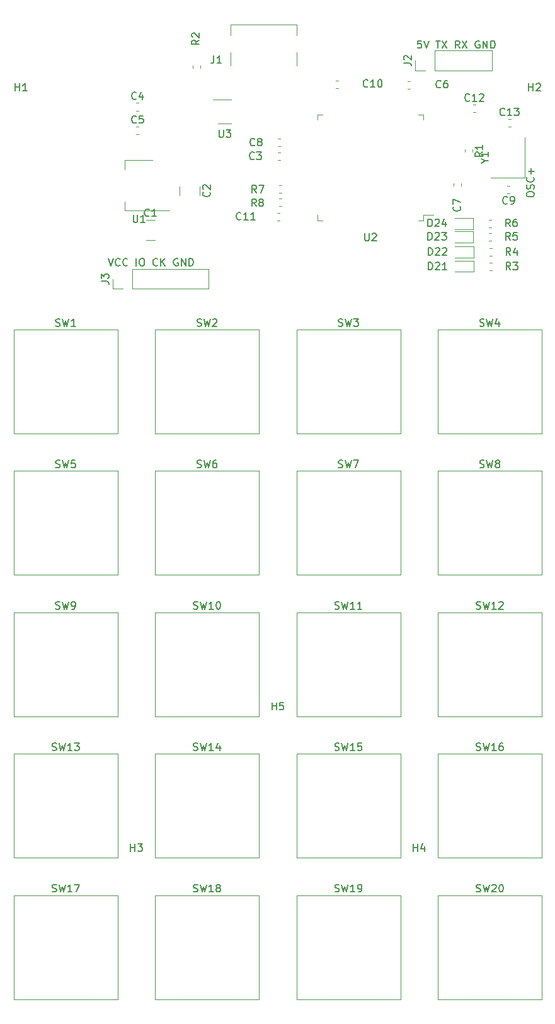
<source format=gbr>
%TF.GenerationSoftware,KiCad,Pcbnew,(5.1.6)-1*%
%TF.CreationDate,2021-03-02T19:52:56+09:00*%
%TF.ProjectId,Keypad4x4,4b657970-6164-4347-9834-2e6b69636164,rev?*%
%TF.SameCoordinates,Original*%
%TF.FileFunction,Legend,Top*%
%TF.FilePolarity,Positive*%
%FSLAX46Y46*%
G04 Gerber Fmt 4.6, Leading zero omitted, Abs format (unit mm)*
G04 Created by KiCad (PCBNEW (5.1.6)-1) date 2021-03-02 19:52:56*
%MOMM*%
%LPD*%
G01*
G04 APERTURE LIST*
%ADD10C,0.150000*%
%ADD11C,0.120000*%
G04 APERTURE END LIST*
D10*
X66809523Y26797619D02*
X66333333Y26797619D01*
X66285714Y26321428D01*
X66333333Y26369047D01*
X66428571Y26416666D01*
X66666666Y26416666D01*
X66761904Y26369047D01*
X66809523Y26321428D01*
X66857142Y26226190D01*
X66857142Y25988095D01*
X66809523Y25892857D01*
X66761904Y25845238D01*
X66666666Y25797619D01*
X66428571Y25797619D01*
X66333333Y25845238D01*
X66285714Y25892857D01*
X67142857Y26797619D02*
X67476190Y25797619D01*
X67809523Y26797619D01*
X68761904Y26797619D02*
X69333333Y26797619D01*
X69047619Y25797619D02*
X69047619Y26797619D01*
X69571428Y26797619D02*
X70238095Y25797619D01*
X70238095Y26797619D02*
X69571428Y25797619D01*
X71952380Y25797619D02*
X71619047Y26273809D01*
X71380952Y25797619D02*
X71380952Y26797619D01*
X71761904Y26797619D01*
X71857142Y26750000D01*
X71904761Y26702380D01*
X71952380Y26607142D01*
X71952380Y26464285D01*
X71904761Y26369047D01*
X71857142Y26321428D01*
X71761904Y26273809D01*
X71380952Y26273809D01*
X72285714Y26797619D02*
X72952380Y25797619D01*
X72952380Y26797619D02*
X72285714Y25797619D01*
X74619047Y26750000D02*
X74523809Y26797619D01*
X74380952Y26797619D01*
X74238095Y26750000D01*
X74142857Y26654761D01*
X74095238Y26559523D01*
X74047619Y26369047D01*
X74047619Y26226190D01*
X74095238Y26035714D01*
X74142857Y25940476D01*
X74238095Y25845238D01*
X74380952Y25797619D01*
X74476190Y25797619D01*
X74619047Y25845238D01*
X74666666Y25892857D01*
X74666666Y26226190D01*
X74476190Y26226190D01*
X75095238Y25797619D02*
X75095238Y26797619D01*
X75666666Y25797619D01*
X75666666Y26797619D01*
X76142857Y25797619D02*
X76142857Y26797619D01*
X76380952Y26797619D01*
X76523809Y26750000D01*
X76619047Y26654761D01*
X76666666Y26559523D01*
X76714285Y26369047D01*
X76714285Y26226190D01*
X76666666Y26035714D01*
X76619047Y25940476D01*
X76523809Y25845238D01*
X76380952Y25797619D01*
X76142857Y25797619D01*
X24738095Y-2452380D02*
X25071428Y-3452380D01*
X25404761Y-2452380D01*
X26309523Y-3357142D02*
X26261904Y-3404761D01*
X26119047Y-3452380D01*
X26023809Y-3452380D01*
X25880952Y-3404761D01*
X25785714Y-3309523D01*
X25738095Y-3214285D01*
X25690476Y-3023809D01*
X25690476Y-2880952D01*
X25738095Y-2690476D01*
X25785714Y-2595238D01*
X25880952Y-2500000D01*
X26023809Y-2452380D01*
X26119047Y-2452380D01*
X26261904Y-2500000D01*
X26309523Y-2547619D01*
X27309523Y-3357142D02*
X27261904Y-3404761D01*
X27119047Y-3452380D01*
X27023809Y-3452380D01*
X26880952Y-3404761D01*
X26785714Y-3309523D01*
X26738095Y-3214285D01*
X26690476Y-3023809D01*
X26690476Y-2880952D01*
X26738095Y-2690476D01*
X26785714Y-2595238D01*
X26880952Y-2500000D01*
X27023809Y-2452380D01*
X27119047Y-2452380D01*
X27261904Y-2500000D01*
X27309523Y-2547619D01*
X28500000Y-3452380D02*
X28500000Y-2452380D01*
X29166666Y-2452380D02*
X29357142Y-2452380D01*
X29452380Y-2500000D01*
X29547619Y-2595238D01*
X29595238Y-2785714D01*
X29595238Y-3119047D01*
X29547619Y-3309523D01*
X29452380Y-3404761D01*
X29357142Y-3452380D01*
X29166666Y-3452380D01*
X29071428Y-3404761D01*
X28976190Y-3309523D01*
X28928571Y-3119047D01*
X28928571Y-2785714D01*
X28976190Y-2595238D01*
X29071428Y-2500000D01*
X29166666Y-2452380D01*
X31357142Y-3357142D02*
X31309523Y-3404761D01*
X31166666Y-3452380D01*
X31071428Y-3452380D01*
X30928571Y-3404761D01*
X30833333Y-3309523D01*
X30785714Y-3214285D01*
X30738095Y-3023809D01*
X30738095Y-2880952D01*
X30785714Y-2690476D01*
X30833333Y-2595238D01*
X30928571Y-2500000D01*
X31071428Y-2452380D01*
X31166666Y-2452380D01*
X31309523Y-2500000D01*
X31357142Y-2547619D01*
X31785714Y-3452380D02*
X31785714Y-2452380D01*
X32357142Y-3452380D02*
X31928571Y-2880952D01*
X32357142Y-2452380D02*
X31785714Y-3023809D01*
X34071428Y-2500000D02*
X33976190Y-2452380D01*
X33833333Y-2452380D01*
X33690476Y-2500000D01*
X33595238Y-2595238D01*
X33547619Y-2690476D01*
X33500000Y-2880952D01*
X33500000Y-3023809D01*
X33547619Y-3214285D01*
X33595238Y-3309523D01*
X33690476Y-3404761D01*
X33833333Y-3452380D01*
X33928571Y-3452380D01*
X34071428Y-3404761D01*
X34119047Y-3357142D01*
X34119047Y-3023809D01*
X33928571Y-3023809D01*
X34547619Y-3452380D02*
X34547619Y-2452380D01*
X35119047Y-3452380D01*
X35119047Y-2452380D01*
X35595238Y-3452380D02*
X35595238Y-2452380D01*
X35833333Y-2452380D01*
X35976190Y-2500000D01*
X36071428Y-2595238D01*
X36119047Y-2690476D01*
X36166666Y-2880952D01*
X36166666Y-3023809D01*
X36119047Y-3214285D01*
X36071428Y-3309523D01*
X35976190Y-3404761D01*
X35833333Y-3452380D01*
X35595238Y-3452380D01*
X80952380Y6059523D02*
X80952380Y6250000D01*
X81000000Y6345238D01*
X81095238Y6440476D01*
X81285714Y6488095D01*
X81619047Y6488095D01*
X81809523Y6440476D01*
X81904761Y6345238D01*
X81952380Y6250000D01*
X81952380Y6059523D01*
X81904761Y5964285D01*
X81809523Y5869047D01*
X81619047Y5821428D01*
X81285714Y5821428D01*
X81095238Y5869047D01*
X81000000Y5964285D01*
X80952380Y6059523D01*
X81904761Y6869047D02*
X81952380Y7011904D01*
X81952380Y7250000D01*
X81904761Y7345238D01*
X81857142Y7392857D01*
X81761904Y7440476D01*
X81666666Y7440476D01*
X81571428Y7392857D01*
X81523809Y7345238D01*
X81476190Y7250000D01*
X81428571Y7059523D01*
X81380952Y6964285D01*
X81333333Y6916666D01*
X81238095Y6869047D01*
X81142857Y6869047D01*
X81047619Y6916666D01*
X81000000Y6964285D01*
X80952380Y7059523D01*
X80952380Y7297619D01*
X81000000Y7440476D01*
X81857142Y8440476D02*
X81904761Y8392857D01*
X81952380Y8250000D01*
X81952380Y8154761D01*
X81904761Y8011904D01*
X81809523Y7916666D01*
X81714285Y7869047D01*
X81523809Y7821428D01*
X81380952Y7821428D01*
X81190476Y7869047D01*
X81095238Y7916666D01*
X81000000Y8011904D01*
X80952380Y8154761D01*
X80952380Y8250000D01*
X81000000Y8392857D01*
X81047619Y8440476D01*
X81571428Y8869047D02*
X81571428Y9630952D01*
X81952380Y9250000D02*
X81190476Y9250000D01*
D11*
%TO.C,U2*%
X67066000Y3363000D02*
X68431000Y3363000D01*
X67066000Y2663000D02*
X67066000Y3363000D01*
X66366000Y2663000D02*
X67066000Y2663000D01*
X52846000Y2663000D02*
X52846000Y3363000D01*
X53546000Y2663000D02*
X52846000Y2663000D01*
X67066000Y16883000D02*
X67066000Y16183000D01*
X66366000Y16883000D02*
X67066000Y16883000D01*
X52846000Y16883000D02*
X52846000Y16183000D01*
X53546000Y16883000D02*
X52846000Y16883000D01*
%TO.C,C1*%
X29782436Y2711000D02*
X30986564Y2711000D01*
X29782436Y-9000D02*
X30986564Y-9000D01*
%TO.C,C2*%
X37057000Y7240564D02*
X37057000Y6036436D01*
X34337000Y7240564D02*
X34337000Y6036436D01*
%TO.C,C3*%
X47880267Y11789000D02*
X47537733Y11789000D01*
X47880267Y10769000D02*
X47537733Y10769000D01*
%TO.C,C4*%
X28485733Y17401000D02*
X28828267Y17401000D01*
X28485733Y18421000D02*
X28828267Y18421000D01*
%TO.C,C5*%
X28485733Y15246000D02*
X28828267Y15246000D01*
X28485733Y14226000D02*
X28828267Y14226000D01*
%TO.C,C6*%
X64979733Y20318000D02*
X65322267Y20318000D01*
X64979733Y21338000D02*
X65322267Y21338000D01*
%TO.C,C7*%
X72138000Y7664267D02*
X72138000Y7321733D01*
X71118000Y7664267D02*
X71118000Y7321733D01*
%TO.C,C8*%
X47880267Y13639000D02*
X47537733Y13639000D01*
X47880267Y12619000D02*
X47537733Y12619000D01*
%TO.C,C9*%
X78701267Y7248000D02*
X78358733Y7248000D01*
X78701267Y6228000D02*
X78358733Y6228000D01*
%TO.C,C10*%
X55313733Y21465000D02*
X55656267Y21465000D01*
X55313733Y20445000D02*
X55656267Y20445000D01*
%TO.C,C11*%
X47796267Y3685000D02*
X47453733Y3685000D01*
X47796267Y2665000D02*
X47453733Y2665000D01*
%TO.C,C12*%
X73764733Y18198000D02*
X74107267Y18198000D01*
X73764733Y17178000D02*
X74107267Y17178000D01*
%TO.C,C13*%
X78485733Y16265000D02*
X78828267Y16265000D01*
X78485733Y15245000D02*
X78828267Y15245000D01*
%TO.C,D21*%
X71345000Y-4260000D02*
X73805000Y-4260000D01*
X73805000Y-4260000D02*
X73805000Y-2790000D01*
X73805000Y-2790000D02*
X71345000Y-2790000D01*
%TO.C,D22*%
X73805000Y-865000D02*
X71345000Y-865000D01*
X73805000Y-2335000D02*
X73805000Y-865000D01*
X71345000Y-2335000D02*
X73805000Y-2335000D01*
%TO.C,D23*%
X71295000Y-300000D02*
X73755000Y-300000D01*
X73755000Y-300000D02*
X73755000Y1170000D01*
X73755000Y1170000D02*
X71295000Y1170000D01*
%TO.C,D24*%
X73755000Y2945000D02*
X71295000Y2945000D01*
X73755000Y1475000D02*
X73755000Y2945000D01*
X71295000Y1475000D02*
X73755000Y1475000D01*
%TO.C,J1*%
X50070000Y23430000D02*
X50070000Y25230000D01*
X50070000Y28940000D02*
X50070000Y27480000D01*
X41130000Y28940000D02*
X41130000Y27480000D01*
X41130000Y23430000D02*
X41130000Y25230000D01*
X41130000Y28940000D02*
X50070000Y28940000D01*
%TO.C,J2*%
X65980000Y22800000D02*
X65980000Y24130000D01*
X67310000Y22800000D02*
X65980000Y22800000D01*
X68580000Y22800000D02*
X68580000Y25460000D01*
X68580000Y25460000D02*
X76260000Y25460000D01*
X68580000Y22800000D02*
X76260000Y22800000D01*
X76260000Y22800000D02*
X76260000Y25460000D01*
%TO.C,J3*%
X25340000Y-6537000D02*
X25340000Y-5207000D01*
X26670000Y-6537000D02*
X25340000Y-6537000D01*
X27940000Y-6537000D02*
X27940000Y-3877000D01*
X27940000Y-3877000D02*
X38160000Y-3877000D01*
X27940000Y-6537000D02*
X38160000Y-6537000D01*
X38160000Y-6537000D02*
X38160000Y-3877000D01*
%TO.C,R1*%
X72651000Y12159267D02*
X72651000Y11816733D01*
X73671000Y12159267D02*
X73671000Y11816733D01*
%TO.C,R2*%
X37110000Y23153733D02*
X37110000Y23496267D01*
X36090000Y23153733D02*
X36090000Y23496267D01*
%TO.C,R3*%
X76281267Y-4035000D02*
X75938733Y-4035000D01*
X76281267Y-3015000D02*
X75938733Y-3015000D01*
%TO.C,R4*%
X76281267Y-2110000D02*
X75938733Y-2110000D01*
X76281267Y-1090000D02*
X75938733Y-1090000D01*
%TO.C,R5*%
X76231267Y945000D02*
X75888733Y945000D01*
X76231267Y-75000D02*
X75888733Y-75000D01*
%TO.C,R6*%
X76231267Y1700000D02*
X75888733Y1700000D01*
X76231267Y2720000D02*
X75888733Y2720000D01*
%TO.C,R7*%
X48007267Y6328000D02*
X47664733Y6328000D01*
X48007267Y7348000D02*
X47664733Y7348000D01*
%TO.C,R8*%
X48007267Y5598000D02*
X47664733Y5598000D01*
X48007267Y4578000D02*
X47664733Y4578000D01*
%TO.C,SW1*%
X12015000Y-25985000D02*
X12015000Y-12015000D01*
X25985000Y-25985000D02*
X12015000Y-25985000D01*
X25985000Y-12015000D02*
X25985000Y-25985000D01*
X12015000Y-12015000D02*
X25985000Y-12015000D01*
%TO.C,SW2*%
X31015000Y-25985000D02*
X31015000Y-12015000D01*
X44985000Y-25985000D02*
X31015000Y-25985000D01*
X44985000Y-12015000D02*
X44985000Y-25985000D01*
X31015000Y-12015000D02*
X44985000Y-12015000D01*
%TO.C,SW3*%
X50015000Y-25985000D02*
X50015000Y-12015000D01*
X63985000Y-25985000D02*
X50015000Y-25985000D01*
X63985000Y-12015000D02*
X63985000Y-25985000D01*
X50015000Y-12015000D02*
X63985000Y-12015000D01*
%TO.C,SW4*%
X69015000Y-25985000D02*
X69015000Y-12015000D01*
X82985000Y-25985000D02*
X69015000Y-25985000D01*
X82985000Y-12015000D02*
X82985000Y-25985000D01*
X69015000Y-12015000D02*
X82985000Y-12015000D01*
%TO.C,SW5*%
X12015000Y-31015000D02*
X25985000Y-31015000D01*
X25985000Y-31015000D02*
X25985000Y-44985000D01*
X25985000Y-44985000D02*
X12015000Y-44985000D01*
X12015000Y-44985000D02*
X12015000Y-31015000D01*
%TO.C,SW6*%
X31015000Y-44985000D02*
X31015000Y-31015000D01*
X44985000Y-44985000D02*
X31015000Y-44985000D01*
X44985000Y-31015000D02*
X44985000Y-44985000D01*
X31015000Y-31015000D02*
X44985000Y-31015000D01*
%TO.C,SW7*%
X50015000Y-31015000D02*
X63985000Y-31015000D01*
X63985000Y-31015000D02*
X63985000Y-44985000D01*
X63985000Y-44985000D02*
X50015000Y-44985000D01*
X50015000Y-44985000D02*
X50015000Y-31015000D01*
%TO.C,SW8*%
X69015000Y-44985000D02*
X69015000Y-31015000D01*
X82985000Y-44985000D02*
X69015000Y-44985000D01*
X82985000Y-31015000D02*
X82985000Y-44985000D01*
X69015000Y-31015000D02*
X82985000Y-31015000D01*
%TO.C,SW9*%
X12015000Y-50015000D02*
X25985000Y-50015000D01*
X25985000Y-50015000D02*
X25985000Y-63985000D01*
X25985000Y-63985000D02*
X12015000Y-63985000D01*
X12015000Y-63985000D02*
X12015000Y-50015000D01*
%TO.C,SW10*%
X31015000Y-50015000D02*
X44985000Y-50015000D01*
X44985000Y-50015000D02*
X44985000Y-63985000D01*
X44985000Y-63985000D02*
X31015000Y-63985000D01*
X31015000Y-63985000D02*
X31015000Y-50015000D01*
%TO.C,SW11*%
X50015000Y-50015000D02*
X63985000Y-50015000D01*
X63985000Y-50015000D02*
X63985000Y-63985000D01*
X63985000Y-63985000D02*
X50015000Y-63985000D01*
X50015000Y-63985000D02*
X50015000Y-50015000D01*
%TO.C,SW12*%
X69015000Y-50015000D02*
X82985000Y-50015000D01*
X82985000Y-50015000D02*
X82985000Y-63985000D01*
X82985000Y-63985000D02*
X69015000Y-63985000D01*
X69015000Y-63985000D02*
X69015000Y-50015000D01*
%TO.C,SW13*%
X12015000Y-69015000D02*
X25985000Y-69015000D01*
X25985000Y-69015000D02*
X25985000Y-82985000D01*
X25985000Y-82985000D02*
X12015000Y-82985000D01*
X12015000Y-82985000D02*
X12015000Y-69015000D01*
%TO.C,SW14*%
X31015000Y-82985000D02*
X31015000Y-69015000D01*
X44985000Y-82985000D02*
X31015000Y-82985000D01*
X44985000Y-69015000D02*
X44985000Y-82985000D01*
X31015000Y-69015000D02*
X44985000Y-69015000D01*
%TO.C,SW15*%
X50015000Y-82985000D02*
X50015000Y-69015000D01*
X63985000Y-82985000D02*
X50015000Y-82985000D01*
X63985000Y-69015000D02*
X63985000Y-82985000D01*
X50015000Y-69015000D02*
X63985000Y-69015000D01*
%TO.C,SW16*%
X69015000Y-82985000D02*
X69015000Y-69015000D01*
X82985000Y-82985000D02*
X69015000Y-82985000D01*
X82985000Y-69015000D02*
X82985000Y-82985000D01*
X69015000Y-69015000D02*
X82985000Y-69015000D01*
%TO.C,SW17*%
X12015000Y-101985000D02*
X12015000Y-88015000D01*
X25985000Y-101985000D02*
X12015000Y-101985000D01*
X25985000Y-88015000D02*
X25985000Y-101985000D01*
X12015000Y-88015000D02*
X25985000Y-88015000D01*
%TO.C,SW18*%
X31015000Y-88015000D02*
X44985000Y-88015000D01*
X44985000Y-88015000D02*
X44985000Y-101985000D01*
X44985000Y-101985000D02*
X31015000Y-101985000D01*
X31015000Y-101985000D02*
X31015000Y-88015000D01*
%TO.C,SW19*%
X50015000Y-88015000D02*
X63985000Y-88015000D01*
X63985000Y-88015000D02*
X63985000Y-101985000D01*
X63985000Y-101985000D02*
X50015000Y-101985000D01*
X50015000Y-101985000D02*
X50015000Y-88015000D01*
%TO.C,SW20*%
X69015000Y-88015000D02*
X82985000Y-88015000D01*
X82985000Y-88015000D02*
X82985000Y-101985000D01*
X82985000Y-101985000D02*
X69015000Y-101985000D01*
X69015000Y-101985000D02*
X69015000Y-88015000D01*
%TO.C,U1*%
X32947000Y3941000D02*
X26937000Y3941000D01*
X30697000Y10761000D02*
X26937000Y10761000D01*
X26937000Y3941000D02*
X26937000Y5201000D01*
X26937000Y10761000D02*
X26937000Y9501000D01*
%TO.C,U3*%
X41286000Y18882000D02*
X38836000Y18882000D01*
X39486000Y15662000D02*
X41286000Y15662000D01*
%TO.C,Y1*%
X80674000Y8409000D02*
X80674000Y13809000D01*
X76174000Y8409000D02*
X80674000Y8409000D01*
%TO.C,U2*%
D10*
X59194095Y900619D02*
X59194095Y91095D01*
X59241714Y-4142D01*
X59289333Y-51761D01*
X59384571Y-99380D01*
X59575047Y-99380D01*
X59670285Y-51761D01*
X59717904Y-4142D01*
X59765523Y91095D01*
X59765523Y900619D01*
X60194095Y805380D02*
X60241714Y853000D01*
X60336952Y900619D01*
X60575047Y900619D01*
X60670285Y853000D01*
X60717904Y805380D01*
X60765523Y710142D01*
X60765523Y614904D01*
X60717904Y472047D01*
X60146476Y-99380D01*
X60765523Y-99380D01*
%TO.C,C1*%
X30217833Y3273857D02*
X30170214Y3226238D01*
X30027357Y3178619D01*
X29932119Y3178619D01*
X29789261Y3226238D01*
X29694023Y3321476D01*
X29646404Y3416714D01*
X29598785Y3607190D01*
X29598785Y3750047D01*
X29646404Y3940523D01*
X29694023Y4035761D01*
X29789261Y4131000D01*
X29932119Y4178619D01*
X30027357Y4178619D01*
X30170214Y4131000D01*
X30217833Y4083380D01*
X31170214Y3178619D02*
X30598785Y3178619D01*
X30884500Y3178619D02*
X30884500Y4178619D01*
X30789261Y4035761D01*
X30694023Y3940523D01*
X30598785Y3892904D01*
%TO.C,C2*%
X38334142Y6471833D02*
X38381761Y6424214D01*
X38429380Y6281357D01*
X38429380Y6186119D01*
X38381761Y6043261D01*
X38286523Y5948023D01*
X38191285Y5900404D01*
X38000809Y5852785D01*
X37857952Y5852785D01*
X37667476Y5900404D01*
X37572238Y5948023D01*
X37477000Y6043261D01*
X37429380Y6186119D01*
X37429380Y6281357D01*
X37477000Y6424214D01*
X37524619Y6471833D01*
X37524619Y6852785D02*
X37477000Y6900404D01*
X37429380Y6995642D01*
X37429380Y7233738D01*
X37477000Y7328976D01*
X37524619Y7376595D01*
X37619857Y7424214D01*
X37715095Y7424214D01*
X37857952Y7376595D01*
X38429380Y6805166D01*
X38429380Y7424214D01*
%TO.C,C3*%
X44342333Y10921857D02*
X44294714Y10874238D01*
X44151857Y10826619D01*
X44056619Y10826619D01*
X43913761Y10874238D01*
X43818523Y10969476D01*
X43770904Y11064714D01*
X43723285Y11255190D01*
X43723285Y11398047D01*
X43770904Y11588523D01*
X43818523Y11683761D01*
X43913761Y11779000D01*
X44056619Y11826619D01*
X44151857Y11826619D01*
X44294714Y11779000D01*
X44342333Y11731380D01*
X44675666Y11826619D02*
X45294714Y11826619D01*
X44961380Y11445666D01*
X45104238Y11445666D01*
X45199476Y11398047D01*
X45247095Y11350428D01*
X45294714Y11255190D01*
X45294714Y11017095D01*
X45247095Y10921857D01*
X45199476Y10874238D01*
X45104238Y10826619D01*
X44818523Y10826619D01*
X44723285Y10874238D01*
X44675666Y10921857D01*
%TO.C,C4*%
X28490333Y18983857D02*
X28442714Y18936238D01*
X28299857Y18888619D01*
X28204619Y18888619D01*
X28061761Y18936238D01*
X27966523Y19031476D01*
X27918904Y19126714D01*
X27871285Y19317190D01*
X27871285Y19460047D01*
X27918904Y19650523D01*
X27966523Y19745761D01*
X28061761Y19841000D01*
X28204619Y19888619D01*
X28299857Y19888619D01*
X28442714Y19841000D01*
X28490333Y19793380D01*
X29347476Y19555285D02*
X29347476Y18888619D01*
X29109380Y19936238D02*
X28871285Y19221952D01*
X29490333Y19221952D01*
%TO.C,C5*%
X28490333Y15808857D02*
X28442714Y15761238D01*
X28299857Y15713619D01*
X28204619Y15713619D01*
X28061761Y15761238D01*
X27966523Y15856476D01*
X27918904Y15951714D01*
X27871285Y16142190D01*
X27871285Y16285047D01*
X27918904Y16475523D01*
X27966523Y16570761D01*
X28061761Y16666000D01*
X28204619Y16713619D01*
X28299857Y16713619D01*
X28442714Y16666000D01*
X28490333Y16618380D01*
X29395095Y16713619D02*
X28918904Y16713619D01*
X28871285Y16237428D01*
X28918904Y16285047D01*
X29014142Y16332666D01*
X29252238Y16332666D01*
X29347476Y16285047D01*
X29395095Y16237428D01*
X29442714Y16142190D01*
X29442714Y15904095D01*
X29395095Y15808857D01*
X29347476Y15761238D01*
X29252238Y15713619D01*
X29014142Y15713619D01*
X28918904Y15761238D01*
X28871285Y15808857D01*
%TO.C,C6*%
X69414333Y20545857D02*
X69366714Y20498238D01*
X69223857Y20450619D01*
X69128619Y20450619D01*
X68985761Y20498238D01*
X68890523Y20593476D01*
X68842904Y20688714D01*
X68795285Y20879190D01*
X68795285Y21022047D01*
X68842904Y21212523D01*
X68890523Y21307761D01*
X68985761Y21403000D01*
X69128619Y21450619D01*
X69223857Y21450619D01*
X69366714Y21403000D01*
X69414333Y21355380D01*
X70271476Y21450619D02*
X70081000Y21450619D01*
X69985761Y21403000D01*
X69938142Y21355380D01*
X69842904Y21212523D01*
X69795285Y21022047D01*
X69795285Y20641095D01*
X69842904Y20545857D01*
X69890523Y20498238D01*
X69985761Y20450619D01*
X70176238Y20450619D01*
X70271476Y20498238D01*
X70319095Y20545857D01*
X70366714Y20641095D01*
X70366714Y20879190D01*
X70319095Y20974428D01*
X70271476Y21022047D01*
X70176238Y21069666D01*
X69985761Y21069666D01*
X69890523Y21022047D01*
X69842904Y20974428D01*
X69795285Y20879190D01*
%TO.C,C7*%
X71985142Y4532333D02*
X72032761Y4484714D01*
X72080380Y4341857D01*
X72080380Y4246619D01*
X72032761Y4103761D01*
X71937523Y4008523D01*
X71842285Y3960904D01*
X71651809Y3913285D01*
X71508952Y3913285D01*
X71318476Y3960904D01*
X71223238Y4008523D01*
X71128000Y4103761D01*
X71080380Y4246619D01*
X71080380Y4341857D01*
X71128000Y4484714D01*
X71175619Y4532333D01*
X71080380Y4865666D02*
X71080380Y5532333D01*
X72080380Y5103761D01*
%TO.C,C8*%
X44417333Y12771857D02*
X44369714Y12724238D01*
X44226857Y12676619D01*
X44131619Y12676619D01*
X43988761Y12724238D01*
X43893523Y12819476D01*
X43845904Y12914714D01*
X43798285Y13105190D01*
X43798285Y13248047D01*
X43845904Y13438523D01*
X43893523Y13533761D01*
X43988761Y13629000D01*
X44131619Y13676619D01*
X44226857Y13676619D01*
X44369714Y13629000D01*
X44417333Y13581380D01*
X44988761Y13248047D02*
X44893523Y13295666D01*
X44845904Y13343285D01*
X44798285Y13438523D01*
X44798285Y13486142D01*
X44845904Y13581380D01*
X44893523Y13629000D01*
X44988761Y13676619D01*
X45179238Y13676619D01*
X45274476Y13629000D01*
X45322095Y13581380D01*
X45369714Y13486142D01*
X45369714Y13438523D01*
X45322095Y13343285D01*
X45274476Y13295666D01*
X45179238Y13248047D01*
X44988761Y13248047D01*
X44893523Y13200428D01*
X44845904Y13152809D01*
X44798285Y13057571D01*
X44798285Y12867095D01*
X44845904Y12771857D01*
X44893523Y12724238D01*
X44988761Y12676619D01*
X45179238Y12676619D01*
X45274476Y12724238D01*
X45322095Y12771857D01*
X45369714Y12867095D01*
X45369714Y13057571D01*
X45322095Y13152809D01*
X45274476Y13200428D01*
X45179238Y13248047D01*
%TO.C,C9*%
X78363333Y4950857D02*
X78315714Y4903238D01*
X78172857Y4855619D01*
X78077619Y4855619D01*
X77934761Y4903238D01*
X77839523Y4998476D01*
X77791904Y5093714D01*
X77744285Y5284190D01*
X77744285Y5427047D01*
X77791904Y5617523D01*
X77839523Y5712761D01*
X77934761Y5808000D01*
X78077619Y5855619D01*
X78172857Y5855619D01*
X78315714Y5808000D01*
X78363333Y5760380D01*
X78839523Y4855619D02*
X79030000Y4855619D01*
X79125238Y4903238D01*
X79172857Y4950857D01*
X79268095Y5093714D01*
X79315714Y5284190D01*
X79315714Y5665142D01*
X79268095Y5760380D01*
X79220476Y5808000D01*
X79125238Y5855619D01*
X78934761Y5855619D01*
X78839523Y5808000D01*
X78791904Y5760380D01*
X78744285Y5665142D01*
X78744285Y5427047D01*
X78791904Y5331809D01*
X78839523Y5284190D01*
X78934761Y5236571D01*
X79125238Y5236571D01*
X79220476Y5284190D01*
X79268095Y5331809D01*
X79315714Y5427047D01*
%TO.C,C10*%
X59622142Y20647857D02*
X59574523Y20600238D01*
X59431666Y20552619D01*
X59336428Y20552619D01*
X59193571Y20600238D01*
X59098333Y20695476D01*
X59050714Y20790714D01*
X59003095Y20981190D01*
X59003095Y21124047D01*
X59050714Y21314523D01*
X59098333Y21409761D01*
X59193571Y21505000D01*
X59336428Y21552619D01*
X59431666Y21552619D01*
X59574523Y21505000D01*
X59622142Y21457380D01*
X60574523Y20552619D02*
X60003095Y20552619D01*
X60288809Y20552619D02*
X60288809Y21552619D01*
X60193571Y21409761D01*
X60098333Y21314523D01*
X60003095Y21266904D01*
X61193571Y21552619D02*
X61288809Y21552619D01*
X61384047Y21505000D01*
X61431666Y21457380D01*
X61479285Y21362142D01*
X61526904Y21171666D01*
X61526904Y20933571D01*
X61479285Y20743095D01*
X61431666Y20647857D01*
X61384047Y20600238D01*
X61288809Y20552619D01*
X61193571Y20552619D01*
X61098333Y20600238D01*
X61050714Y20647857D01*
X61003095Y20743095D01*
X60955476Y20933571D01*
X60955476Y21171666D01*
X61003095Y21362142D01*
X61050714Y21457380D01*
X61098333Y21505000D01*
X61193571Y21552619D01*
%TO.C,C11*%
X42552142Y2827857D02*
X42504523Y2780238D01*
X42361666Y2732619D01*
X42266428Y2732619D01*
X42123571Y2780238D01*
X42028333Y2875476D01*
X41980714Y2970714D01*
X41933095Y3161190D01*
X41933095Y3304047D01*
X41980714Y3494523D01*
X42028333Y3589761D01*
X42123571Y3685000D01*
X42266428Y3732619D01*
X42361666Y3732619D01*
X42504523Y3685000D01*
X42552142Y3637380D01*
X43504523Y2732619D02*
X42933095Y2732619D01*
X43218809Y2732619D02*
X43218809Y3732619D01*
X43123571Y3589761D01*
X43028333Y3494523D01*
X42933095Y3446904D01*
X44456904Y2732619D02*
X43885476Y2732619D01*
X44171190Y2732619D02*
X44171190Y3732619D01*
X44075952Y3589761D01*
X43980714Y3494523D01*
X43885476Y3446904D01*
%TO.C,C12*%
X73293142Y18760857D02*
X73245523Y18713238D01*
X73102666Y18665619D01*
X73007428Y18665619D01*
X72864571Y18713238D01*
X72769333Y18808476D01*
X72721714Y18903714D01*
X72674095Y19094190D01*
X72674095Y19237047D01*
X72721714Y19427523D01*
X72769333Y19522761D01*
X72864571Y19618000D01*
X73007428Y19665619D01*
X73102666Y19665619D01*
X73245523Y19618000D01*
X73293142Y19570380D01*
X74245523Y18665619D02*
X73674095Y18665619D01*
X73959809Y18665619D02*
X73959809Y19665619D01*
X73864571Y19522761D01*
X73769333Y19427523D01*
X73674095Y19379904D01*
X74626476Y19570380D02*
X74674095Y19618000D01*
X74769333Y19665619D01*
X75007428Y19665619D01*
X75102666Y19618000D01*
X75150285Y19570380D01*
X75197904Y19475142D01*
X75197904Y19379904D01*
X75150285Y19237047D01*
X74578857Y18665619D01*
X75197904Y18665619D01*
%TO.C,C13*%
X78014142Y16827857D02*
X77966523Y16780238D01*
X77823666Y16732619D01*
X77728428Y16732619D01*
X77585571Y16780238D01*
X77490333Y16875476D01*
X77442714Y16970714D01*
X77395095Y17161190D01*
X77395095Y17304047D01*
X77442714Y17494523D01*
X77490333Y17589761D01*
X77585571Y17685000D01*
X77728428Y17732619D01*
X77823666Y17732619D01*
X77966523Y17685000D01*
X78014142Y17637380D01*
X78966523Y16732619D02*
X78395095Y16732619D01*
X78680809Y16732619D02*
X78680809Y17732619D01*
X78585571Y17589761D01*
X78490333Y17494523D01*
X78395095Y17446904D01*
X79299857Y17732619D02*
X79918904Y17732619D01*
X79585571Y17351666D01*
X79728428Y17351666D01*
X79823666Y17304047D01*
X79871285Y17256428D01*
X79918904Y17161190D01*
X79918904Y16923095D01*
X79871285Y16827857D01*
X79823666Y16780238D01*
X79728428Y16732619D01*
X79442714Y16732619D01*
X79347476Y16780238D01*
X79299857Y16827857D01*
%TO.C,D21*%
X67745714Y-3982380D02*
X67745714Y-2982380D01*
X67983809Y-2982380D01*
X68126666Y-3030000D01*
X68221904Y-3125238D01*
X68269523Y-3220476D01*
X68317142Y-3410952D01*
X68317142Y-3553809D01*
X68269523Y-3744285D01*
X68221904Y-3839523D01*
X68126666Y-3934761D01*
X67983809Y-3982380D01*
X67745714Y-3982380D01*
X68698095Y-3077619D02*
X68745714Y-3030000D01*
X68840952Y-2982380D01*
X69079047Y-2982380D01*
X69174285Y-3030000D01*
X69221904Y-3077619D01*
X69269523Y-3172857D01*
X69269523Y-3268095D01*
X69221904Y-3410952D01*
X68650476Y-3982380D01*
X69269523Y-3982380D01*
X70221904Y-3982380D02*
X69650476Y-3982380D01*
X69936190Y-3982380D02*
X69936190Y-2982380D01*
X69840952Y-3125238D01*
X69745714Y-3220476D01*
X69650476Y-3268095D01*
%TO.C,D22*%
X67745714Y-2032380D02*
X67745714Y-1032380D01*
X67983809Y-1032380D01*
X68126666Y-1080000D01*
X68221904Y-1175238D01*
X68269523Y-1270476D01*
X68317142Y-1460952D01*
X68317142Y-1603809D01*
X68269523Y-1794285D01*
X68221904Y-1889523D01*
X68126666Y-1984761D01*
X67983809Y-2032380D01*
X67745714Y-2032380D01*
X68698095Y-1127619D02*
X68745714Y-1080000D01*
X68840952Y-1032380D01*
X69079047Y-1032380D01*
X69174285Y-1080000D01*
X69221904Y-1127619D01*
X69269523Y-1222857D01*
X69269523Y-1318095D01*
X69221904Y-1460952D01*
X68650476Y-2032380D01*
X69269523Y-2032380D01*
X69650476Y-1127619D02*
X69698095Y-1080000D01*
X69793333Y-1032380D01*
X70031428Y-1032380D01*
X70126666Y-1080000D01*
X70174285Y-1127619D01*
X70221904Y-1222857D01*
X70221904Y-1318095D01*
X70174285Y-1460952D01*
X69602857Y-2032380D01*
X70221904Y-2032380D01*
%TO.C,D23*%
X67695714Y27619D02*
X67695714Y1027619D01*
X67933809Y1027619D01*
X68076666Y980000D01*
X68171904Y884761D01*
X68219523Y789523D01*
X68267142Y599047D01*
X68267142Y456190D01*
X68219523Y265714D01*
X68171904Y170476D01*
X68076666Y75238D01*
X67933809Y27619D01*
X67695714Y27619D01*
X68648095Y932380D02*
X68695714Y980000D01*
X68790952Y1027619D01*
X69029047Y1027619D01*
X69124285Y980000D01*
X69171904Y932380D01*
X69219523Y837142D01*
X69219523Y741904D01*
X69171904Y599047D01*
X68600476Y27619D01*
X69219523Y27619D01*
X69552857Y1027619D02*
X70171904Y1027619D01*
X69838571Y646666D01*
X69981428Y646666D01*
X70076666Y599047D01*
X70124285Y551428D01*
X70171904Y456190D01*
X70171904Y218095D01*
X70124285Y122857D01*
X70076666Y75238D01*
X69981428Y27619D01*
X69695714Y27619D01*
X69600476Y75238D01*
X69552857Y122857D01*
%TO.C,D24*%
X67695714Y1827619D02*
X67695714Y2827619D01*
X67933809Y2827619D01*
X68076666Y2780000D01*
X68171904Y2684761D01*
X68219523Y2589523D01*
X68267142Y2399047D01*
X68267142Y2256190D01*
X68219523Y2065714D01*
X68171904Y1970476D01*
X68076666Y1875238D01*
X67933809Y1827619D01*
X67695714Y1827619D01*
X68648095Y2732380D02*
X68695714Y2780000D01*
X68790952Y2827619D01*
X69029047Y2827619D01*
X69124285Y2780000D01*
X69171904Y2732380D01*
X69219523Y2637142D01*
X69219523Y2541904D01*
X69171904Y2399047D01*
X68600476Y1827619D01*
X69219523Y1827619D01*
X70076666Y2494285D02*
X70076666Y1827619D01*
X69838571Y2875238D02*
X69600476Y2160952D01*
X70219523Y2160952D01*
%TO.C,H1*%
X12238095Y20047619D02*
X12238095Y21047619D01*
X12238095Y20571428D02*
X12809523Y20571428D01*
X12809523Y20047619D02*
X12809523Y21047619D01*
X13809523Y20047619D02*
X13238095Y20047619D01*
X13523809Y20047619D02*
X13523809Y21047619D01*
X13428571Y20904761D01*
X13333333Y20809523D01*
X13238095Y20761904D01*
%TO.C,H2*%
X81238095Y20047619D02*
X81238095Y21047619D01*
X81238095Y20571428D02*
X81809523Y20571428D01*
X81809523Y20047619D02*
X81809523Y21047619D01*
X82238095Y20952380D02*
X82285714Y21000000D01*
X82380952Y21047619D01*
X82619047Y21047619D01*
X82714285Y21000000D01*
X82761904Y20952380D01*
X82809523Y20857142D01*
X82809523Y20761904D01*
X82761904Y20619047D01*
X82190476Y20047619D01*
X82809523Y20047619D01*
%TO.C,H3*%
X27738095Y-82102380D02*
X27738095Y-81102380D01*
X27738095Y-81578571D02*
X28309523Y-81578571D01*
X28309523Y-82102380D02*
X28309523Y-81102380D01*
X28690476Y-81102380D02*
X29309523Y-81102380D01*
X28976190Y-81483333D01*
X29119047Y-81483333D01*
X29214285Y-81530952D01*
X29261904Y-81578571D01*
X29309523Y-81673809D01*
X29309523Y-81911904D01*
X29261904Y-82007142D01*
X29214285Y-82054761D01*
X29119047Y-82102380D01*
X28833333Y-82102380D01*
X28738095Y-82054761D01*
X28690476Y-82007142D01*
%TO.C,H4*%
X65738095Y-82102380D02*
X65738095Y-81102380D01*
X65738095Y-81578571D02*
X66309523Y-81578571D01*
X66309523Y-82102380D02*
X66309523Y-81102380D01*
X67214285Y-81435714D02*
X67214285Y-82102380D01*
X66976190Y-81054761D02*
X66738095Y-81769047D01*
X67357142Y-81769047D01*
%TO.C,H5*%
X46738095Y-63102380D02*
X46738095Y-62102380D01*
X46738095Y-62578571D02*
X47309523Y-62578571D01*
X47309523Y-63102380D02*
X47309523Y-62102380D01*
X48261904Y-62102380D02*
X47785714Y-62102380D01*
X47738095Y-62578571D01*
X47785714Y-62530952D01*
X47880952Y-62483333D01*
X48119047Y-62483333D01*
X48214285Y-62530952D01*
X48261904Y-62578571D01*
X48309523Y-62673809D01*
X48309523Y-62911904D01*
X48261904Y-63007142D01*
X48214285Y-63054761D01*
X48119047Y-63102380D01*
X47880952Y-63102380D01*
X47785714Y-63054761D01*
X47738095Y-63007142D01*
%TO.C,J1*%
X38916666Y24774619D02*
X38916666Y24060333D01*
X38869047Y23917476D01*
X38773809Y23822238D01*
X38630952Y23774619D01*
X38535714Y23774619D01*
X39916666Y23774619D02*
X39345238Y23774619D01*
X39630952Y23774619D02*
X39630952Y24774619D01*
X39535714Y24631761D01*
X39440476Y24536523D01*
X39345238Y24488904D01*
%TO.C,J2*%
X64432380Y23796666D02*
X65146666Y23796666D01*
X65289523Y23749047D01*
X65384761Y23653809D01*
X65432380Y23510952D01*
X65432380Y23415714D01*
X64527619Y24225238D02*
X64480000Y24272857D01*
X64432380Y24368095D01*
X64432380Y24606190D01*
X64480000Y24701428D01*
X64527619Y24749047D01*
X64622857Y24796666D01*
X64718095Y24796666D01*
X64860952Y24749047D01*
X65432380Y24177619D01*
X65432380Y24796666D01*
%TO.C,J3*%
X23792380Y-5540333D02*
X24506666Y-5540333D01*
X24649523Y-5587952D01*
X24744761Y-5683190D01*
X24792380Y-5826047D01*
X24792380Y-5921285D01*
X23792380Y-5159380D02*
X23792380Y-4540333D01*
X24173333Y-4873666D01*
X24173333Y-4730809D01*
X24220952Y-4635571D01*
X24268571Y-4587952D01*
X24363809Y-4540333D01*
X24601904Y-4540333D01*
X24697142Y-4587952D01*
X24744761Y-4635571D01*
X24792380Y-4730809D01*
X24792380Y-5016523D01*
X24744761Y-5111761D01*
X24697142Y-5159380D01*
%TO.C,R1*%
X75043380Y11821333D02*
X74567190Y11488000D01*
X75043380Y11249904D02*
X74043380Y11249904D01*
X74043380Y11630857D01*
X74091000Y11726095D01*
X74138619Y11773714D01*
X74233857Y11821333D01*
X74376714Y11821333D01*
X74471952Y11773714D01*
X74519571Y11726095D01*
X74567190Y11630857D01*
X74567190Y11249904D01*
X75043380Y12773714D02*
X75043380Y12202285D01*
X75043380Y12488000D02*
X74043380Y12488000D01*
X74186238Y12392761D01*
X74281476Y12297523D01*
X74329095Y12202285D01*
%TO.C,R2*%
X36952380Y26883333D02*
X36476190Y26550000D01*
X36952380Y26311904D02*
X35952380Y26311904D01*
X35952380Y26692857D01*
X36000000Y26788095D01*
X36047619Y26835714D01*
X36142857Y26883333D01*
X36285714Y26883333D01*
X36380952Y26835714D01*
X36428571Y26788095D01*
X36476190Y26692857D01*
X36476190Y26311904D01*
X36047619Y27264285D02*
X36000000Y27311904D01*
X35952380Y27407142D01*
X35952380Y27645238D01*
X36000000Y27740476D01*
X36047619Y27788095D01*
X36142857Y27835714D01*
X36238095Y27835714D01*
X36380952Y27788095D01*
X36952380Y27216666D01*
X36952380Y27835714D01*
%TO.C,R3*%
X78793333Y-3982380D02*
X78460000Y-3506190D01*
X78221904Y-3982380D02*
X78221904Y-2982380D01*
X78602857Y-2982380D01*
X78698095Y-3030000D01*
X78745714Y-3077619D01*
X78793333Y-3172857D01*
X78793333Y-3315714D01*
X78745714Y-3410952D01*
X78698095Y-3458571D01*
X78602857Y-3506190D01*
X78221904Y-3506190D01*
X79126666Y-2982380D02*
X79745714Y-2982380D01*
X79412380Y-3363333D01*
X79555238Y-3363333D01*
X79650476Y-3410952D01*
X79698095Y-3458571D01*
X79745714Y-3553809D01*
X79745714Y-3791904D01*
X79698095Y-3887142D01*
X79650476Y-3934761D01*
X79555238Y-3982380D01*
X79269523Y-3982380D01*
X79174285Y-3934761D01*
X79126666Y-3887142D01*
%TO.C,R4*%
X78793333Y-2032380D02*
X78460000Y-1556190D01*
X78221904Y-2032380D02*
X78221904Y-1032380D01*
X78602857Y-1032380D01*
X78698095Y-1080000D01*
X78745714Y-1127619D01*
X78793333Y-1222857D01*
X78793333Y-1365714D01*
X78745714Y-1460952D01*
X78698095Y-1508571D01*
X78602857Y-1556190D01*
X78221904Y-1556190D01*
X79650476Y-1365714D02*
X79650476Y-2032380D01*
X79412380Y-984761D02*
X79174285Y-1699047D01*
X79793333Y-1699047D01*
%TO.C,R5*%
X78743333Y27619D02*
X78410000Y503809D01*
X78171904Y27619D02*
X78171904Y1027619D01*
X78552857Y1027619D01*
X78648095Y980000D01*
X78695714Y932380D01*
X78743333Y837142D01*
X78743333Y694285D01*
X78695714Y599047D01*
X78648095Y551428D01*
X78552857Y503809D01*
X78171904Y503809D01*
X79648095Y1027619D02*
X79171904Y1027619D01*
X79124285Y551428D01*
X79171904Y599047D01*
X79267142Y646666D01*
X79505238Y646666D01*
X79600476Y599047D01*
X79648095Y551428D01*
X79695714Y456190D01*
X79695714Y218095D01*
X79648095Y122857D01*
X79600476Y75238D01*
X79505238Y27619D01*
X79267142Y27619D01*
X79171904Y75238D01*
X79124285Y122857D01*
%TO.C,R6*%
X78743333Y1827619D02*
X78410000Y2303809D01*
X78171904Y1827619D02*
X78171904Y2827619D01*
X78552857Y2827619D01*
X78648095Y2780000D01*
X78695714Y2732380D01*
X78743333Y2637142D01*
X78743333Y2494285D01*
X78695714Y2399047D01*
X78648095Y2351428D01*
X78552857Y2303809D01*
X78171904Y2303809D01*
X79600476Y2827619D02*
X79410000Y2827619D01*
X79314761Y2780000D01*
X79267142Y2732380D01*
X79171904Y2589523D01*
X79124285Y2399047D01*
X79124285Y2018095D01*
X79171904Y1922857D01*
X79219523Y1875238D01*
X79314761Y1827619D01*
X79505238Y1827619D01*
X79600476Y1875238D01*
X79648095Y1922857D01*
X79695714Y2018095D01*
X79695714Y2256190D01*
X79648095Y2351428D01*
X79600476Y2399047D01*
X79505238Y2446666D01*
X79314761Y2446666D01*
X79219523Y2399047D01*
X79171904Y2351428D01*
X79124285Y2256190D01*
%TO.C,R7*%
X44649333Y6355619D02*
X44316000Y6831809D01*
X44077904Y6355619D02*
X44077904Y7355619D01*
X44458857Y7355619D01*
X44554095Y7308000D01*
X44601714Y7260380D01*
X44649333Y7165142D01*
X44649333Y7022285D01*
X44601714Y6927047D01*
X44554095Y6879428D01*
X44458857Y6831809D01*
X44077904Y6831809D01*
X44982666Y7355619D02*
X45649333Y7355619D01*
X45220761Y6355619D01*
%TO.C,R8*%
X44594333Y4535619D02*
X44261000Y5011809D01*
X44022904Y4535619D02*
X44022904Y5535619D01*
X44403857Y5535619D01*
X44499095Y5488000D01*
X44546714Y5440380D01*
X44594333Y5345142D01*
X44594333Y5202285D01*
X44546714Y5107047D01*
X44499095Y5059428D01*
X44403857Y5011809D01*
X44022904Y5011809D01*
X45165761Y5107047D02*
X45070523Y5154666D01*
X45022904Y5202285D01*
X44975285Y5297523D01*
X44975285Y5345142D01*
X45022904Y5440380D01*
X45070523Y5488000D01*
X45165761Y5535619D01*
X45356238Y5535619D01*
X45451476Y5488000D01*
X45499095Y5440380D01*
X45546714Y5345142D01*
X45546714Y5297523D01*
X45499095Y5202285D01*
X45451476Y5154666D01*
X45356238Y5107047D01*
X45165761Y5107047D01*
X45070523Y5059428D01*
X45022904Y5011809D01*
X44975285Y4916571D01*
X44975285Y4726095D01*
X45022904Y4630857D01*
X45070523Y4583238D01*
X45165761Y4535619D01*
X45356238Y4535619D01*
X45451476Y4583238D01*
X45499095Y4630857D01*
X45546714Y4726095D01*
X45546714Y4916571D01*
X45499095Y5011809D01*
X45451476Y5059428D01*
X45356238Y5107047D01*
%TO.C,SW1*%
X17666666Y-11530761D02*
X17809523Y-11578380D01*
X18047619Y-11578380D01*
X18142857Y-11530761D01*
X18190476Y-11483142D01*
X18238095Y-11387904D01*
X18238095Y-11292666D01*
X18190476Y-11197428D01*
X18142857Y-11149809D01*
X18047619Y-11102190D01*
X17857142Y-11054571D01*
X17761904Y-11006952D01*
X17714285Y-10959333D01*
X17666666Y-10864095D01*
X17666666Y-10768857D01*
X17714285Y-10673619D01*
X17761904Y-10626000D01*
X17857142Y-10578380D01*
X18095238Y-10578380D01*
X18238095Y-10626000D01*
X18571428Y-10578380D02*
X18809523Y-11578380D01*
X19000000Y-10864095D01*
X19190476Y-11578380D01*
X19428571Y-10578380D01*
X20333333Y-11578380D02*
X19761904Y-11578380D01*
X20047619Y-11578380D02*
X20047619Y-10578380D01*
X19952380Y-10721238D01*
X19857142Y-10816476D01*
X19761904Y-10864095D01*
%TO.C,SW2*%
X36666666Y-11530761D02*
X36809523Y-11578380D01*
X37047619Y-11578380D01*
X37142857Y-11530761D01*
X37190476Y-11483142D01*
X37238095Y-11387904D01*
X37238095Y-11292666D01*
X37190476Y-11197428D01*
X37142857Y-11149809D01*
X37047619Y-11102190D01*
X36857142Y-11054571D01*
X36761904Y-11006952D01*
X36714285Y-10959333D01*
X36666666Y-10864095D01*
X36666666Y-10768857D01*
X36714285Y-10673619D01*
X36761904Y-10626000D01*
X36857142Y-10578380D01*
X37095238Y-10578380D01*
X37238095Y-10626000D01*
X37571428Y-10578380D02*
X37809523Y-11578380D01*
X38000000Y-10864095D01*
X38190476Y-11578380D01*
X38428571Y-10578380D01*
X38761904Y-10673619D02*
X38809523Y-10626000D01*
X38904761Y-10578380D01*
X39142857Y-10578380D01*
X39238095Y-10626000D01*
X39285714Y-10673619D01*
X39333333Y-10768857D01*
X39333333Y-10864095D01*
X39285714Y-11006952D01*
X38714285Y-11578380D01*
X39333333Y-11578380D01*
%TO.C,SW3*%
X55666666Y-11530761D02*
X55809523Y-11578380D01*
X56047619Y-11578380D01*
X56142857Y-11530761D01*
X56190476Y-11483142D01*
X56238095Y-11387904D01*
X56238095Y-11292666D01*
X56190476Y-11197428D01*
X56142857Y-11149809D01*
X56047619Y-11102190D01*
X55857142Y-11054571D01*
X55761904Y-11006952D01*
X55714285Y-10959333D01*
X55666666Y-10864095D01*
X55666666Y-10768857D01*
X55714285Y-10673619D01*
X55761904Y-10626000D01*
X55857142Y-10578380D01*
X56095238Y-10578380D01*
X56238095Y-10626000D01*
X56571428Y-10578380D02*
X56809523Y-11578380D01*
X57000000Y-10864095D01*
X57190476Y-11578380D01*
X57428571Y-10578380D01*
X57714285Y-10578380D02*
X58333333Y-10578380D01*
X58000000Y-10959333D01*
X58142857Y-10959333D01*
X58238095Y-11006952D01*
X58285714Y-11054571D01*
X58333333Y-11149809D01*
X58333333Y-11387904D01*
X58285714Y-11483142D01*
X58238095Y-11530761D01*
X58142857Y-11578380D01*
X57857142Y-11578380D01*
X57761904Y-11530761D01*
X57714285Y-11483142D01*
%TO.C,SW4*%
X74666666Y-11530761D02*
X74809523Y-11578380D01*
X75047619Y-11578380D01*
X75142857Y-11530761D01*
X75190476Y-11483142D01*
X75238095Y-11387904D01*
X75238095Y-11292666D01*
X75190476Y-11197428D01*
X75142857Y-11149809D01*
X75047619Y-11102190D01*
X74857142Y-11054571D01*
X74761904Y-11006952D01*
X74714285Y-10959333D01*
X74666666Y-10864095D01*
X74666666Y-10768857D01*
X74714285Y-10673619D01*
X74761904Y-10626000D01*
X74857142Y-10578380D01*
X75095238Y-10578380D01*
X75238095Y-10626000D01*
X75571428Y-10578380D02*
X75809523Y-11578380D01*
X76000000Y-10864095D01*
X76190476Y-11578380D01*
X76428571Y-10578380D01*
X77238095Y-10911714D02*
X77238095Y-11578380D01*
X77000000Y-10530761D02*
X76761904Y-11245047D01*
X77380952Y-11245047D01*
%TO.C,SW5*%
X17666666Y-30530761D02*
X17809523Y-30578380D01*
X18047619Y-30578380D01*
X18142857Y-30530761D01*
X18190476Y-30483142D01*
X18238095Y-30387904D01*
X18238095Y-30292666D01*
X18190476Y-30197428D01*
X18142857Y-30149809D01*
X18047619Y-30102190D01*
X17857142Y-30054571D01*
X17761904Y-30006952D01*
X17714285Y-29959333D01*
X17666666Y-29864095D01*
X17666666Y-29768857D01*
X17714285Y-29673619D01*
X17761904Y-29626000D01*
X17857142Y-29578380D01*
X18095238Y-29578380D01*
X18238095Y-29626000D01*
X18571428Y-29578380D02*
X18809523Y-30578380D01*
X19000000Y-29864095D01*
X19190476Y-30578380D01*
X19428571Y-29578380D01*
X20285714Y-29578380D02*
X19809523Y-29578380D01*
X19761904Y-30054571D01*
X19809523Y-30006952D01*
X19904761Y-29959333D01*
X20142857Y-29959333D01*
X20238095Y-30006952D01*
X20285714Y-30054571D01*
X20333333Y-30149809D01*
X20333333Y-30387904D01*
X20285714Y-30483142D01*
X20238095Y-30530761D01*
X20142857Y-30578380D01*
X19904761Y-30578380D01*
X19809523Y-30530761D01*
X19761904Y-30483142D01*
%TO.C,SW6*%
X36666666Y-30530761D02*
X36809523Y-30578380D01*
X37047619Y-30578380D01*
X37142857Y-30530761D01*
X37190476Y-30483142D01*
X37238095Y-30387904D01*
X37238095Y-30292666D01*
X37190476Y-30197428D01*
X37142857Y-30149809D01*
X37047619Y-30102190D01*
X36857142Y-30054571D01*
X36761904Y-30006952D01*
X36714285Y-29959333D01*
X36666666Y-29864095D01*
X36666666Y-29768857D01*
X36714285Y-29673619D01*
X36761904Y-29626000D01*
X36857142Y-29578380D01*
X37095238Y-29578380D01*
X37238095Y-29626000D01*
X37571428Y-29578380D02*
X37809523Y-30578380D01*
X38000000Y-29864095D01*
X38190476Y-30578380D01*
X38428571Y-29578380D01*
X39238095Y-29578380D02*
X39047619Y-29578380D01*
X38952380Y-29626000D01*
X38904761Y-29673619D01*
X38809523Y-29816476D01*
X38761904Y-30006952D01*
X38761904Y-30387904D01*
X38809523Y-30483142D01*
X38857142Y-30530761D01*
X38952380Y-30578380D01*
X39142857Y-30578380D01*
X39238095Y-30530761D01*
X39285714Y-30483142D01*
X39333333Y-30387904D01*
X39333333Y-30149809D01*
X39285714Y-30054571D01*
X39238095Y-30006952D01*
X39142857Y-29959333D01*
X38952380Y-29959333D01*
X38857142Y-30006952D01*
X38809523Y-30054571D01*
X38761904Y-30149809D01*
%TO.C,SW7*%
X55666666Y-30530761D02*
X55809523Y-30578380D01*
X56047619Y-30578380D01*
X56142857Y-30530761D01*
X56190476Y-30483142D01*
X56238095Y-30387904D01*
X56238095Y-30292666D01*
X56190476Y-30197428D01*
X56142857Y-30149809D01*
X56047619Y-30102190D01*
X55857142Y-30054571D01*
X55761904Y-30006952D01*
X55714285Y-29959333D01*
X55666666Y-29864095D01*
X55666666Y-29768857D01*
X55714285Y-29673619D01*
X55761904Y-29626000D01*
X55857142Y-29578380D01*
X56095238Y-29578380D01*
X56238095Y-29626000D01*
X56571428Y-29578380D02*
X56809523Y-30578380D01*
X57000000Y-29864095D01*
X57190476Y-30578380D01*
X57428571Y-29578380D01*
X57714285Y-29578380D02*
X58380952Y-29578380D01*
X57952380Y-30578380D01*
%TO.C,SW8*%
X74666666Y-30530761D02*
X74809523Y-30578380D01*
X75047619Y-30578380D01*
X75142857Y-30530761D01*
X75190476Y-30483142D01*
X75238095Y-30387904D01*
X75238095Y-30292666D01*
X75190476Y-30197428D01*
X75142857Y-30149809D01*
X75047619Y-30102190D01*
X74857142Y-30054571D01*
X74761904Y-30006952D01*
X74714285Y-29959333D01*
X74666666Y-29864095D01*
X74666666Y-29768857D01*
X74714285Y-29673619D01*
X74761904Y-29626000D01*
X74857142Y-29578380D01*
X75095238Y-29578380D01*
X75238095Y-29626000D01*
X75571428Y-29578380D02*
X75809523Y-30578380D01*
X76000000Y-29864095D01*
X76190476Y-30578380D01*
X76428571Y-29578380D01*
X76952380Y-30006952D02*
X76857142Y-29959333D01*
X76809523Y-29911714D01*
X76761904Y-29816476D01*
X76761904Y-29768857D01*
X76809523Y-29673619D01*
X76857142Y-29626000D01*
X76952380Y-29578380D01*
X77142857Y-29578380D01*
X77238095Y-29626000D01*
X77285714Y-29673619D01*
X77333333Y-29768857D01*
X77333333Y-29816476D01*
X77285714Y-29911714D01*
X77238095Y-29959333D01*
X77142857Y-30006952D01*
X76952380Y-30006952D01*
X76857142Y-30054571D01*
X76809523Y-30102190D01*
X76761904Y-30197428D01*
X76761904Y-30387904D01*
X76809523Y-30483142D01*
X76857142Y-30530761D01*
X76952380Y-30578380D01*
X77142857Y-30578380D01*
X77238095Y-30530761D01*
X77285714Y-30483142D01*
X77333333Y-30387904D01*
X77333333Y-30197428D01*
X77285714Y-30102190D01*
X77238095Y-30054571D01*
X77142857Y-30006952D01*
%TO.C,SW9*%
X17666666Y-49530761D02*
X17809523Y-49578380D01*
X18047619Y-49578380D01*
X18142857Y-49530761D01*
X18190476Y-49483142D01*
X18238095Y-49387904D01*
X18238095Y-49292666D01*
X18190476Y-49197428D01*
X18142857Y-49149809D01*
X18047619Y-49102190D01*
X17857142Y-49054571D01*
X17761904Y-49006952D01*
X17714285Y-48959333D01*
X17666666Y-48864095D01*
X17666666Y-48768857D01*
X17714285Y-48673619D01*
X17761904Y-48626000D01*
X17857142Y-48578380D01*
X18095238Y-48578380D01*
X18238095Y-48626000D01*
X18571428Y-48578380D02*
X18809523Y-49578380D01*
X19000000Y-48864095D01*
X19190476Y-49578380D01*
X19428571Y-48578380D01*
X19857142Y-49578380D02*
X20047619Y-49578380D01*
X20142857Y-49530761D01*
X20190476Y-49483142D01*
X20285714Y-49340285D01*
X20333333Y-49149809D01*
X20333333Y-48768857D01*
X20285714Y-48673619D01*
X20238095Y-48626000D01*
X20142857Y-48578380D01*
X19952380Y-48578380D01*
X19857142Y-48626000D01*
X19809523Y-48673619D01*
X19761904Y-48768857D01*
X19761904Y-49006952D01*
X19809523Y-49102190D01*
X19857142Y-49149809D01*
X19952380Y-49197428D01*
X20142857Y-49197428D01*
X20238095Y-49149809D01*
X20285714Y-49102190D01*
X20333333Y-49006952D01*
%TO.C,SW10*%
X36190476Y-49530761D02*
X36333333Y-49578380D01*
X36571428Y-49578380D01*
X36666666Y-49530761D01*
X36714285Y-49483142D01*
X36761904Y-49387904D01*
X36761904Y-49292666D01*
X36714285Y-49197428D01*
X36666666Y-49149809D01*
X36571428Y-49102190D01*
X36380952Y-49054571D01*
X36285714Y-49006952D01*
X36238095Y-48959333D01*
X36190476Y-48864095D01*
X36190476Y-48768857D01*
X36238095Y-48673619D01*
X36285714Y-48626000D01*
X36380952Y-48578380D01*
X36619047Y-48578380D01*
X36761904Y-48626000D01*
X37095238Y-48578380D02*
X37333333Y-49578380D01*
X37523809Y-48864095D01*
X37714285Y-49578380D01*
X37952380Y-48578380D01*
X38857142Y-49578380D02*
X38285714Y-49578380D01*
X38571428Y-49578380D02*
X38571428Y-48578380D01*
X38476190Y-48721238D01*
X38380952Y-48816476D01*
X38285714Y-48864095D01*
X39476190Y-48578380D02*
X39571428Y-48578380D01*
X39666666Y-48626000D01*
X39714285Y-48673619D01*
X39761904Y-48768857D01*
X39809523Y-48959333D01*
X39809523Y-49197428D01*
X39761904Y-49387904D01*
X39714285Y-49483142D01*
X39666666Y-49530761D01*
X39571428Y-49578380D01*
X39476190Y-49578380D01*
X39380952Y-49530761D01*
X39333333Y-49483142D01*
X39285714Y-49387904D01*
X39238095Y-49197428D01*
X39238095Y-48959333D01*
X39285714Y-48768857D01*
X39333333Y-48673619D01*
X39380952Y-48626000D01*
X39476190Y-48578380D01*
%TO.C,SW11*%
X55190476Y-49530761D02*
X55333333Y-49578380D01*
X55571428Y-49578380D01*
X55666666Y-49530761D01*
X55714285Y-49483142D01*
X55761904Y-49387904D01*
X55761904Y-49292666D01*
X55714285Y-49197428D01*
X55666666Y-49149809D01*
X55571428Y-49102190D01*
X55380952Y-49054571D01*
X55285714Y-49006952D01*
X55238095Y-48959333D01*
X55190476Y-48864095D01*
X55190476Y-48768857D01*
X55238095Y-48673619D01*
X55285714Y-48626000D01*
X55380952Y-48578380D01*
X55619047Y-48578380D01*
X55761904Y-48626000D01*
X56095238Y-48578380D02*
X56333333Y-49578380D01*
X56523809Y-48864095D01*
X56714285Y-49578380D01*
X56952380Y-48578380D01*
X57857142Y-49578380D02*
X57285714Y-49578380D01*
X57571428Y-49578380D02*
X57571428Y-48578380D01*
X57476190Y-48721238D01*
X57380952Y-48816476D01*
X57285714Y-48864095D01*
X58809523Y-49578380D02*
X58238095Y-49578380D01*
X58523809Y-49578380D02*
X58523809Y-48578380D01*
X58428571Y-48721238D01*
X58333333Y-48816476D01*
X58238095Y-48864095D01*
%TO.C,SW12*%
X74190476Y-49530761D02*
X74333333Y-49578380D01*
X74571428Y-49578380D01*
X74666666Y-49530761D01*
X74714285Y-49483142D01*
X74761904Y-49387904D01*
X74761904Y-49292666D01*
X74714285Y-49197428D01*
X74666666Y-49149809D01*
X74571428Y-49102190D01*
X74380952Y-49054571D01*
X74285714Y-49006952D01*
X74238095Y-48959333D01*
X74190476Y-48864095D01*
X74190476Y-48768857D01*
X74238095Y-48673619D01*
X74285714Y-48626000D01*
X74380952Y-48578380D01*
X74619047Y-48578380D01*
X74761904Y-48626000D01*
X75095238Y-48578380D02*
X75333333Y-49578380D01*
X75523809Y-48864095D01*
X75714285Y-49578380D01*
X75952380Y-48578380D01*
X76857142Y-49578380D02*
X76285714Y-49578380D01*
X76571428Y-49578380D02*
X76571428Y-48578380D01*
X76476190Y-48721238D01*
X76380952Y-48816476D01*
X76285714Y-48864095D01*
X77238095Y-48673619D02*
X77285714Y-48626000D01*
X77380952Y-48578380D01*
X77619047Y-48578380D01*
X77714285Y-48626000D01*
X77761904Y-48673619D01*
X77809523Y-48768857D01*
X77809523Y-48864095D01*
X77761904Y-49006952D01*
X77190476Y-49578380D01*
X77809523Y-49578380D01*
%TO.C,SW13*%
X17190476Y-68530761D02*
X17333333Y-68578380D01*
X17571428Y-68578380D01*
X17666666Y-68530761D01*
X17714285Y-68483142D01*
X17761904Y-68387904D01*
X17761904Y-68292666D01*
X17714285Y-68197428D01*
X17666666Y-68149809D01*
X17571428Y-68102190D01*
X17380952Y-68054571D01*
X17285714Y-68006952D01*
X17238095Y-67959333D01*
X17190476Y-67864095D01*
X17190476Y-67768857D01*
X17238095Y-67673619D01*
X17285714Y-67626000D01*
X17380952Y-67578380D01*
X17619047Y-67578380D01*
X17761904Y-67626000D01*
X18095238Y-67578380D02*
X18333333Y-68578380D01*
X18523809Y-67864095D01*
X18714285Y-68578380D01*
X18952380Y-67578380D01*
X19857142Y-68578380D02*
X19285714Y-68578380D01*
X19571428Y-68578380D02*
X19571428Y-67578380D01*
X19476190Y-67721238D01*
X19380952Y-67816476D01*
X19285714Y-67864095D01*
X20190476Y-67578380D02*
X20809523Y-67578380D01*
X20476190Y-67959333D01*
X20619047Y-67959333D01*
X20714285Y-68006952D01*
X20761904Y-68054571D01*
X20809523Y-68149809D01*
X20809523Y-68387904D01*
X20761904Y-68483142D01*
X20714285Y-68530761D01*
X20619047Y-68578380D01*
X20333333Y-68578380D01*
X20238095Y-68530761D01*
X20190476Y-68483142D01*
%TO.C,SW14*%
X36190476Y-68530761D02*
X36333333Y-68578380D01*
X36571428Y-68578380D01*
X36666666Y-68530761D01*
X36714285Y-68483142D01*
X36761904Y-68387904D01*
X36761904Y-68292666D01*
X36714285Y-68197428D01*
X36666666Y-68149809D01*
X36571428Y-68102190D01*
X36380952Y-68054571D01*
X36285714Y-68006952D01*
X36238095Y-67959333D01*
X36190476Y-67864095D01*
X36190476Y-67768857D01*
X36238095Y-67673619D01*
X36285714Y-67626000D01*
X36380952Y-67578380D01*
X36619047Y-67578380D01*
X36761904Y-67626000D01*
X37095238Y-67578380D02*
X37333333Y-68578380D01*
X37523809Y-67864095D01*
X37714285Y-68578380D01*
X37952380Y-67578380D01*
X38857142Y-68578380D02*
X38285714Y-68578380D01*
X38571428Y-68578380D02*
X38571428Y-67578380D01*
X38476190Y-67721238D01*
X38380952Y-67816476D01*
X38285714Y-67864095D01*
X39714285Y-67911714D02*
X39714285Y-68578380D01*
X39476190Y-67530761D02*
X39238095Y-68245047D01*
X39857142Y-68245047D01*
%TO.C,SW15*%
X55190476Y-68530761D02*
X55333333Y-68578380D01*
X55571428Y-68578380D01*
X55666666Y-68530761D01*
X55714285Y-68483142D01*
X55761904Y-68387904D01*
X55761904Y-68292666D01*
X55714285Y-68197428D01*
X55666666Y-68149809D01*
X55571428Y-68102190D01*
X55380952Y-68054571D01*
X55285714Y-68006952D01*
X55238095Y-67959333D01*
X55190476Y-67864095D01*
X55190476Y-67768857D01*
X55238095Y-67673619D01*
X55285714Y-67626000D01*
X55380952Y-67578380D01*
X55619047Y-67578380D01*
X55761904Y-67626000D01*
X56095238Y-67578380D02*
X56333333Y-68578380D01*
X56523809Y-67864095D01*
X56714285Y-68578380D01*
X56952380Y-67578380D01*
X57857142Y-68578380D02*
X57285714Y-68578380D01*
X57571428Y-68578380D02*
X57571428Y-67578380D01*
X57476190Y-67721238D01*
X57380952Y-67816476D01*
X57285714Y-67864095D01*
X58761904Y-67578380D02*
X58285714Y-67578380D01*
X58238095Y-68054571D01*
X58285714Y-68006952D01*
X58380952Y-67959333D01*
X58619047Y-67959333D01*
X58714285Y-68006952D01*
X58761904Y-68054571D01*
X58809523Y-68149809D01*
X58809523Y-68387904D01*
X58761904Y-68483142D01*
X58714285Y-68530761D01*
X58619047Y-68578380D01*
X58380952Y-68578380D01*
X58285714Y-68530761D01*
X58238095Y-68483142D01*
%TO.C,SW16*%
X74190476Y-68530761D02*
X74333333Y-68578380D01*
X74571428Y-68578380D01*
X74666666Y-68530761D01*
X74714285Y-68483142D01*
X74761904Y-68387904D01*
X74761904Y-68292666D01*
X74714285Y-68197428D01*
X74666666Y-68149809D01*
X74571428Y-68102190D01*
X74380952Y-68054571D01*
X74285714Y-68006952D01*
X74238095Y-67959333D01*
X74190476Y-67864095D01*
X74190476Y-67768857D01*
X74238095Y-67673619D01*
X74285714Y-67626000D01*
X74380952Y-67578380D01*
X74619047Y-67578380D01*
X74761904Y-67626000D01*
X75095238Y-67578380D02*
X75333333Y-68578380D01*
X75523809Y-67864095D01*
X75714285Y-68578380D01*
X75952380Y-67578380D01*
X76857142Y-68578380D02*
X76285714Y-68578380D01*
X76571428Y-68578380D02*
X76571428Y-67578380D01*
X76476190Y-67721238D01*
X76380952Y-67816476D01*
X76285714Y-67864095D01*
X77714285Y-67578380D02*
X77523809Y-67578380D01*
X77428571Y-67626000D01*
X77380952Y-67673619D01*
X77285714Y-67816476D01*
X77238095Y-68006952D01*
X77238095Y-68387904D01*
X77285714Y-68483142D01*
X77333333Y-68530761D01*
X77428571Y-68578380D01*
X77619047Y-68578380D01*
X77714285Y-68530761D01*
X77761904Y-68483142D01*
X77809523Y-68387904D01*
X77809523Y-68149809D01*
X77761904Y-68054571D01*
X77714285Y-68006952D01*
X77619047Y-67959333D01*
X77428571Y-67959333D01*
X77333333Y-68006952D01*
X77285714Y-68054571D01*
X77238095Y-68149809D01*
%TO.C,SW17*%
X17190476Y-87530761D02*
X17333333Y-87578380D01*
X17571428Y-87578380D01*
X17666666Y-87530761D01*
X17714285Y-87483142D01*
X17761904Y-87387904D01*
X17761904Y-87292666D01*
X17714285Y-87197428D01*
X17666666Y-87149809D01*
X17571428Y-87102190D01*
X17380952Y-87054571D01*
X17285714Y-87006952D01*
X17238095Y-86959333D01*
X17190476Y-86864095D01*
X17190476Y-86768857D01*
X17238095Y-86673619D01*
X17285714Y-86626000D01*
X17380952Y-86578380D01*
X17619047Y-86578380D01*
X17761904Y-86626000D01*
X18095238Y-86578380D02*
X18333333Y-87578380D01*
X18523809Y-86864095D01*
X18714285Y-87578380D01*
X18952380Y-86578380D01*
X19857142Y-87578380D02*
X19285714Y-87578380D01*
X19571428Y-87578380D02*
X19571428Y-86578380D01*
X19476190Y-86721238D01*
X19380952Y-86816476D01*
X19285714Y-86864095D01*
X20190476Y-86578380D02*
X20857142Y-86578380D01*
X20428571Y-87578380D01*
%TO.C,SW18*%
X36190476Y-87530761D02*
X36333333Y-87578380D01*
X36571428Y-87578380D01*
X36666666Y-87530761D01*
X36714285Y-87483142D01*
X36761904Y-87387904D01*
X36761904Y-87292666D01*
X36714285Y-87197428D01*
X36666666Y-87149809D01*
X36571428Y-87102190D01*
X36380952Y-87054571D01*
X36285714Y-87006952D01*
X36238095Y-86959333D01*
X36190476Y-86864095D01*
X36190476Y-86768857D01*
X36238095Y-86673619D01*
X36285714Y-86626000D01*
X36380952Y-86578380D01*
X36619047Y-86578380D01*
X36761904Y-86626000D01*
X37095238Y-86578380D02*
X37333333Y-87578380D01*
X37523809Y-86864095D01*
X37714285Y-87578380D01*
X37952380Y-86578380D01*
X38857142Y-87578380D02*
X38285714Y-87578380D01*
X38571428Y-87578380D02*
X38571428Y-86578380D01*
X38476190Y-86721238D01*
X38380952Y-86816476D01*
X38285714Y-86864095D01*
X39428571Y-87006952D02*
X39333333Y-86959333D01*
X39285714Y-86911714D01*
X39238095Y-86816476D01*
X39238095Y-86768857D01*
X39285714Y-86673619D01*
X39333333Y-86626000D01*
X39428571Y-86578380D01*
X39619047Y-86578380D01*
X39714285Y-86626000D01*
X39761904Y-86673619D01*
X39809523Y-86768857D01*
X39809523Y-86816476D01*
X39761904Y-86911714D01*
X39714285Y-86959333D01*
X39619047Y-87006952D01*
X39428571Y-87006952D01*
X39333333Y-87054571D01*
X39285714Y-87102190D01*
X39238095Y-87197428D01*
X39238095Y-87387904D01*
X39285714Y-87483142D01*
X39333333Y-87530761D01*
X39428571Y-87578380D01*
X39619047Y-87578380D01*
X39714285Y-87530761D01*
X39761904Y-87483142D01*
X39809523Y-87387904D01*
X39809523Y-87197428D01*
X39761904Y-87102190D01*
X39714285Y-87054571D01*
X39619047Y-87006952D01*
%TO.C,SW19*%
X55190476Y-87530761D02*
X55333333Y-87578380D01*
X55571428Y-87578380D01*
X55666666Y-87530761D01*
X55714285Y-87483142D01*
X55761904Y-87387904D01*
X55761904Y-87292666D01*
X55714285Y-87197428D01*
X55666666Y-87149809D01*
X55571428Y-87102190D01*
X55380952Y-87054571D01*
X55285714Y-87006952D01*
X55238095Y-86959333D01*
X55190476Y-86864095D01*
X55190476Y-86768857D01*
X55238095Y-86673619D01*
X55285714Y-86626000D01*
X55380952Y-86578380D01*
X55619047Y-86578380D01*
X55761904Y-86626000D01*
X56095238Y-86578380D02*
X56333333Y-87578380D01*
X56523809Y-86864095D01*
X56714285Y-87578380D01*
X56952380Y-86578380D01*
X57857142Y-87578380D02*
X57285714Y-87578380D01*
X57571428Y-87578380D02*
X57571428Y-86578380D01*
X57476190Y-86721238D01*
X57380952Y-86816476D01*
X57285714Y-86864095D01*
X58333333Y-87578380D02*
X58523809Y-87578380D01*
X58619047Y-87530761D01*
X58666666Y-87483142D01*
X58761904Y-87340285D01*
X58809523Y-87149809D01*
X58809523Y-86768857D01*
X58761904Y-86673619D01*
X58714285Y-86626000D01*
X58619047Y-86578380D01*
X58428571Y-86578380D01*
X58333333Y-86626000D01*
X58285714Y-86673619D01*
X58238095Y-86768857D01*
X58238095Y-87006952D01*
X58285714Y-87102190D01*
X58333333Y-87149809D01*
X58428571Y-87197428D01*
X58619047Y-87197428D01*
X58714285Y-87149809D01*
X58761904Y-87102190D01*
X58809523Y-87006952D01*
%TO.C,SW20*%
X74190476Y-87530761D02*
X74333333Y-87578380D01*
X74571428Y-87578380D01*
X74666666Y-87530761D01*
X74714285Y-87483142D01*
X74761904Y-87387904D01*
X74761904Y-87292666D01*
X74714285Y-87197428D01*
X74666666Y-87149809D01*
X74571428Y-87102190D01*
X74380952Y-87054571D01*
X74285714Y-87006952D01*
X74238095Y-86959333D01*
X74190476Y-86864095D01*
X74190476Y-86768857D01*
X74238095Y-86673619D01*
X74285714Y-86626000D01*
X74380952Y-86578380D01*
X74619047Y-86578380D01*
X74761904Y-86626000D01*
X75095238Y-86578380D02*
X75333333Y-87578380D01*
X75523809Y-86864095D01*
X75714285Y-87578380D01*
X75952380Y-86578380D01*
X76285714Y-86673619D02*
X76333333Y-86626000D01*
X76428571Y-86578380D01*
X76666666Y-86578380D01*
X76761904Y-86626000D01*
X76809523Y-86673619D01*
X76857142Y-86768857D01*
X76857142Y-86864095D01*
X76809523Y-87006952D01*
X76238095Y-87578380D01*
X76857142Y-87578380D01*
X77476190Y-86578380D02*
X77571428Y-86578380D01*
X77666666Y-86626000D01*
X77714285Y-86673619D01*
X77761904Y-86768857D01*
X77809523Y-86959333D01*
X77809523Y-87197428D01*
X77761904Y-87387904D01*
X77714285Y-87483142D01*
X77666666Y-87530761D01*
X77571428Y-87578380D01*
X77476190Y-87578380D01*
X77380952Y-87530761D01*
X77333333Y-87483142D01*
X77285714Y-87387904D01*
X77238095Y-87197428D01*
X77238095Y-86959333D01*
X77285714Y-86768857D01*
X77333333Y-86673619D01*
X77380952Y-86626000D01*
X77476190Y-86578380D01*
%TO.C,U1*%
X28085095Y3398619D02*
X28085095Y2589095D01*
X28132714Y2493857D01*
X28180333Y2446238D01*
X28275571Y2398619D01*
X28466047Y2398619D01*
X28561285Y2446238D01*
X28608904Y2493857D01*
X28656523Y2589095D01*
X28656523Y3398619D01*
X29656523Y2398619D02*
X29085095Y2398619D01*
X29370809Y2398619D02*
X29370809Y3398619D01*
X29275571Y3255761D01*
X29180333Y3160523D01*
X29085095Y3112904D01*
%TO.C,U3*%
X39624095Y14832619D02*
X39624095Y14023095D01*
X39671714Y13927857D01*
X39719333Y13880238D01*
X39814571Y13832619D01*
X40005047Y13832619D01*
X40100285Y13880238D01*
X40147904Y13927857D01*
X40195523Y14023095D01*
X40195523Y14832619D01*
X40576476Y14832619D02*
X41195523Y14832619D01*
X40862190Y14451666D01*
X41005047Y14451666D01*
X41100285Y14404047D01*
X41147904Y14356428D01*
X41195523Y14261190D01*
X41195523Y14023095D01*
X41147904Y13927857D01*
X41100285Y13880238D01*
X41005047Y13832619D01*
X40719333Y13832619D01*
X40624095Y13880238D01*
X40576476Y13927857D01*
%TO.C,Y1*%
X75350190Y10632809D02*
X75826380Y10632809D01*
X74826380Y10299476D02*
X75350190Y10632809D01*
X74826380Y10966142D01*
X75826380Y11823285D02*
X75826380Y11251857D01*
X75826380Y11537571D02*
X74826380Y11537571D01*
X74969238Y11442333D01*
X75064476Y11347095D01*
X75112095Y11251857D01*
%TD*%
M02*

</source>
